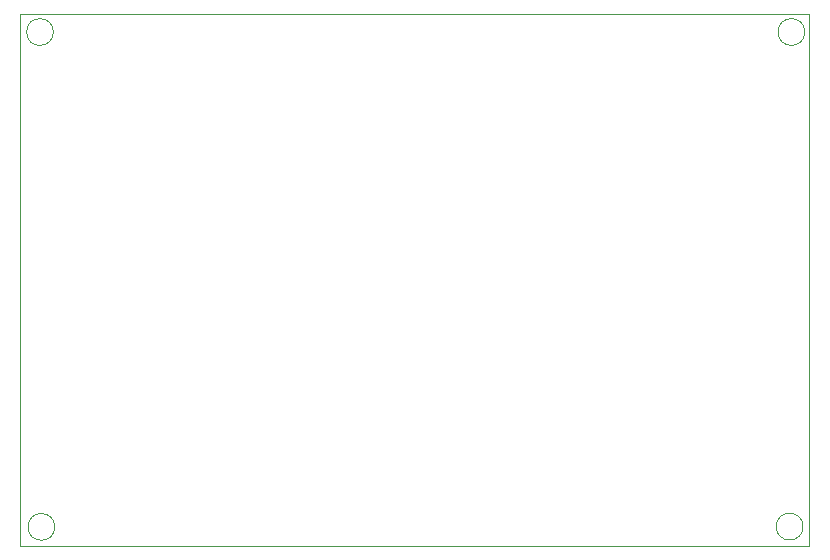
<source format=gbr>
%TF.GenerationSoftware,KiCad,Pcbnew,7.0.1*%
%TF.CreationDate,2023-03-21T17:25:17+01:00*%
%TF.ProjectId,PCB_uitlezen_gsm,5043425f-7569-4746-9c65-7a656e5f6773,rev?*%
%TF.SameCoordinates,Original*%
%TF.FileFunction,Profile,NP*%
%FSLAX46Y46*%
G04 Gerber Fmt 4.6, Leading zero omitted, Abs format (unit mm)*
G04 Created by KiCad (PCBNEW 7.0.1) date 2023-03-21 17:25:17*
%MOMM*%
%LPD*%
G01*
G04 APERTURE LIST*
%TA.AperFunction,Profile*%
%ADD10C,0.100000*%
%TD*%
G04 APERTURE END LIST*
D10*
X77470000Y-69215000D02*
X144272000Y-69215000D01*
X144272000Y-114263000D01*
X77470000Y-114263000D01*
X77470000Y-69215000D01*
X80385923Y-112639078D02*
G75*
G03*
X80385923Y-112639078I-1135923J0D01*
G01*
X80264001Y-70739000D02*
G75*
G03*
X80264001Y-70739000I-1135923J0D01*
G01*
X143891001Y-70739000D02*
G75*
G03*
X143891001Y-70739000I-1135923J0D01*
G01*
X143735923Y-112614078D02*
G75*
G03*
X143735923Y-112614078I-1135923J0D01*
G01*
M02*

</source>
